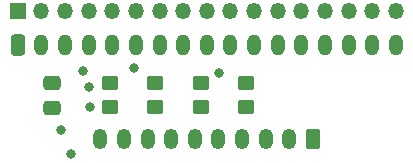
<source format=gbr>
%TF.GenerationSoftware,KiCad,Pcbnew,(6.0.1)*%
%TF.CreationDate,2022-07-04T21:24:21-07:00*%
%TF.ProjectId,mu100-dit-connector-board,6d753130-302d-4646-9974-2d636f6e6e65,rev?*%
%TF.SameCoordinates,Original*%
%TF.FileFunction,Soldermask,Bot*%
%TF.FilePolarity,Negative*%
%FSLAX46Y46*%
G04 Gerber Fmt 4.6, Leading zero omitted, Abs format (unit mm)*
G04 Created by KiCad (PCBNEW (6.0.1)) date 2022-07-04 21:24:21*
%MOMM*%
%LPD*%
G01*
G04 APERTURE LIST*
G04 Aperture macros list*
%AMRoundRect*
0 Rectangle with rounded corners*
0 $1 Rounding radius*
0 $2 $3 $4 $5 $6 $7 $8 $9 X,Y pos of 4 corners*
0 Add a 4 corners polygon primitive as box body*
4,1,4,$2,$3,$4,$5,$6,$7,$8,$9,$2,$3,0*
0 Add four circle primitives for the rounded corners*
1,1,$1+$1,$2,$3*
1,1,$1+$1,$4,$5*
1,1,$1+$1,$6,$7*
1,1,$1+$1,$8,$9*
0 Add four rect primitives between the rounded corners*
20,1,$1+$1,$2,$3,$4,$5,0*
20,1,$1+$1,$4,$5,$6,$7,0*
20,1,$1+$1,$6,$7,$8,$9,0*
20,1,$1+$1,$8,$9,$2,$3,0*%
G04 Aperture macros list end*
%ADD10O,1.200000X1.750000*%
%ADD11RoundRect,0.250000X0.350000X0.625000X-0.350000X0.625000X-0.350000X-0.625000X0.350000X-0.625000X0*%
%ADD12O,1.200000X1.800000*%
%ADD13RoundRect,0.250000X-0.350000X-0.650000X0.350000X-0.650000X0.350000X0.650000X-0.350000X0.650000X0*%
%ADD14RoundRect,0.250000X-0.450000X0.350000X-0.450000X-0.350000X0.450000X-0.350000X0.450000X0.350000X0*%
%ADD15O,1.350000X1.350000*%
%ADD16R,1.350000X1.350000*%
%ADD17RoundRect,0.250000X-0.475000X0.337500X-0.475000X-0.337500X0.475000X-0.337500X0.475000X0.337500X0*%
%ADD18C,0.800000*%
G04 APERTURE END LIST*
D10*
%TO.C,J3*%
X72700000Y-68790000D03*
X74700000Y-68790000D03*
X76700000Y-68790000D03*
X78700000Y-68790000D03*
X80700000Y-68790000D03*
X82700000Y-68790000D03*
X84700000Y-68790000D03*
X86700000Y-68790000D03*
X88700000Y-68790000D03*
D11*
X90700000Y-68790000D03*
%TD*%
D12*
%TO.C,J2*%
X97710000Y-60830000D03*
X95710000Y-60830000D03*
X93710000Y-60830000D03*
X91710000Y-60830000D03*
X89710000Y-60830000D03*
X87710000Y-60830000D03*
X85710000Y-60830000D03*
X83710000Y-60830000D03*
X81710000Y-60830000D03*
X79710000Y-60830000D03*
X77710000Y-60830000D03*
X75710000Y-60830000D03*
X73710000Y-60830000D03*
X71710000Y-60830000D03*
X69710000Y-60830000D03*
X67710000Y-60830000D03*
D13*
X65710000Y-60830000D03*
%TD*%
D14*
%TO.C,R1*%
X85040000Y-66024000D03*
X85040000Y-64024000D03*
%TD*%
D15*
%TO.C,J1*%
X97710000Y-57970000D03*
X95710000Y-57970000D03*
X93710000Y-57970000D03*
X91710000Y-57970000D03*
X89710000Y-57970000D03*
X87710000Y-57970000D03*
X85710000Y-57970000D03*
X83710000Y-57970000D03*
X81710000Y-57970000D03*
X79710000Y-57970000D03*
X77710000Y-57970000D03*
X75710000Y-57970000D03*
X73710000Y-57970000D03*
X71710000Y-57970000D03*
X69710000Y-57970000D03*
X67710000Y-57970000D03*
D16*
X65710000Y-57970000D03*
%TD*%
D14*
%TO.C,R3*%
X81193332Y-66024000D03*
X81193332Y-64024000D03*
%TD*%
D17*
%TO.C,C1*%
X68630800Y-66111500D03*
X68630800Y-64036500D03*
%TD*%
D14*
%TO.C,R2*%
X77346666Y-66024000D03*
X77346666Y-64024000D03*
%TD*%
%TO.C,R4*%
X73500000Y-66024000D03*
X73500000Y-64024000D03*
%TD*%
D18*
X70190000Y-70070000D03*
X69400000Y-68040000D03*
X71270000Y-63010000D03*
X71760000Y-64370000D03*
X71820000Y-66050000D03*
X75539600Y-62738000D03*
X82778600Y-63195200D03*
M02*

</source>
